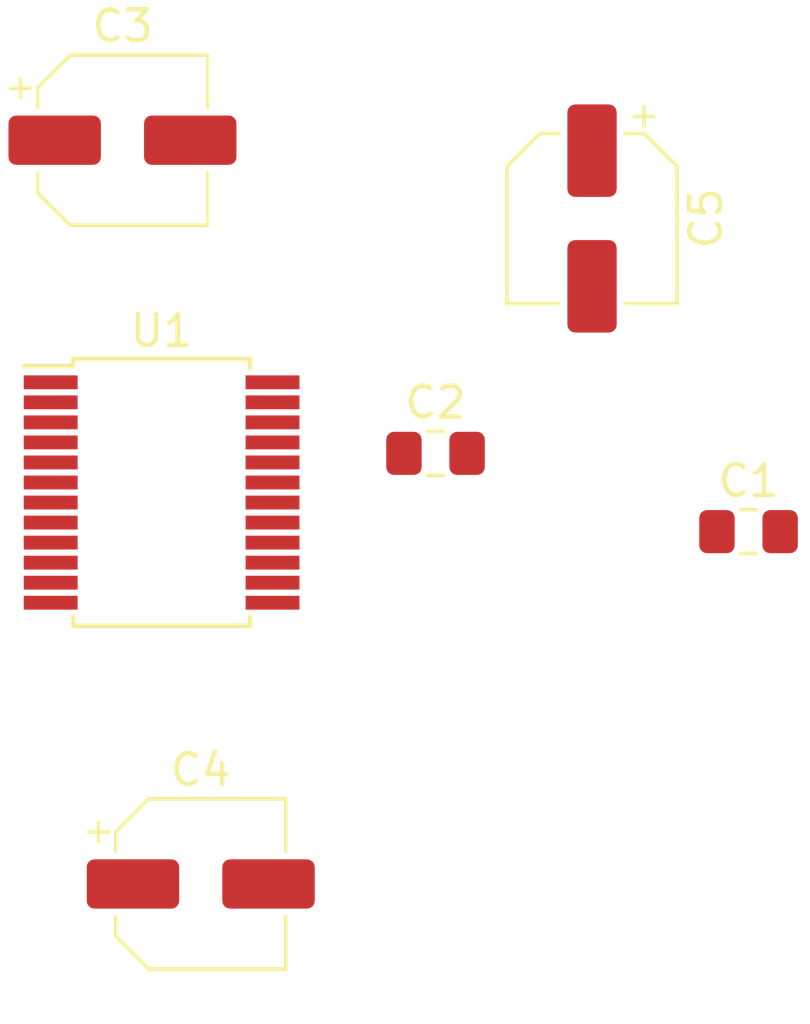
<source format=kicad_pcb>
(kicad_pcb (version 20171130) (host pcbnew 5.1.2)

  (general
    (thickness 1.6)
    (drawings 0)
    (tracks 0)
    (zones 0)
    (modules 6)
    (nets 12)
  )

  (page A4)
  (layers
    (0 F.Cu signal)
    (31 B.Cu signal)
    (32 B.Adhes user)
    (33 F.Adhes user)
    (34 B.Paste user)
    (35 F.Paste user)
    (36 B.SilkS user)
    (37 F.SilkS user)
    (38 B.Mask user)
    (39 F.Mask user)
    (40 Dwgs.User user)
    (41 Cmts.User user)
    (42 Eco1.User user)
    (43 Eco2.User user)
    (44 Edge.Cuts user)
    (45 Margin user)
    (46 B.CrtYd user)
    (47 F.CrtYd user)
    (48 B.Fab user)
    (49 F.Fab user)
  )

  (setup
    (last_trace_width 0.25)
    (trace_clearance 0.2)
    (zone_clearance 0.508)
    (zone_45_only no)
    (trace_min 0.2)
    (via_size 0.8)
    (via_drill 0.4)
    (via_min_size 0.4)
    (via_min_drill 0.3)
    (uvia_size 0.3)
    (uvia_drill 0.1)
    (uvias_allowed no)
    (uvia_min_size 0.2)
    (uvia_min_drill 0.1)
    (edge_width 0.05)
    (segment_width 0.2)
    (pcb_text_width 0.3)
    (pcb_text_size 1.5 1.5)
    (mod_edge_width 0.12)
    (mod_text_size 1 1)
    (mod_text_width 0.15)
    (pad_size 1.524 1.524)
    (pad_drill 0.762)
    (pad_to_mask_clearance 0.051)
    (solder_mask_min_width 0.25)
    (aux_axis_origin 0 0)
    (visible_elements FFFFFF7F)
    (pcbplotparams
      (layerselection 0x010fc_ffffffff)
      (usegerberextensions false)
      (usegerberattributes false)
      (usegerberadvancedattributes false)
      (creategerberjobfile false)
      (excludeedgelayer true)
      (linewidth 0.100000)
      (plotframeref false)
      (viasonmask false)
      (mode 1)
      (useauxorigin false)
      (hpglpennumber 1)
      (hpglpenspeed 20)
      (hpglpendiameter 15.000000)
      (psnegative false)
      (psa4output false)
      (plotreference true)
      (plotvalue true)
      (plotinvisibletext false)
      (padsonsilk false)
      (subtractmaskfromsilk false)
      (outputformat 1)
      (mirror false)
      (drillshape 1)
      (scaleselection 1)
      (outputdirectory ""))
  )

  (net 0 "")
  (net 1 "Net-(U1-Pad19)")
  (net 2 GND)
  (net 3 /+3,3V)
  (net 4 "Net-(C3-Pad2)")
  (net 5 "Net-(C3-Pad1)")
  (net 6 /+7V)
  (net 7 /PWM1)
  (net 8 /IN2)
  (net 9 /IN1)
  (net 10 /M_OUT2)
  (net 11 /M_OUT1)

  (net_class Default "To jest domyślna klasa połączeń."
    (clearance 0.2)
    (trace_width 0.25)
    (via_dia 0.8)
    (via_drill 0.4)
    (uvia_dia 0.3)
    (uvia_drill 0.1)
    (add_net /+3,3V)
    (add_net /+7V)
    (add_net /IN1)
    (add_net /IN2)
    (add_net /M_OUT1)
    (add_net /M_OUT2)
    (add_net /PWM1)
    (add_net GND)
    (add_net "Net-(C3-Pad1)")
    (add_net "Net-(C3-Pad2)")
    (add_net "Net-(U1-Pad19)")
  )

  (module Capacitor_SMD:CP_Elec_5x3 (layer F.Cu) (tedit 5BCA39CF) (tstamp 5D827E68)
    (at 121.92 45.72 270)
    (descr "SMD capacitor, aluminum electrolytic, Nichicon, 5.0x3.0mm")
    (tags "capacitor electrolytic")
    (path /5D832B68)
    (attr smd)
    (fp_text reference C5 (at 0 -3.7 90) (layer F.SilkS)
      (effects (font (size 1 1) (thickness 0.15)))
    )
    (fp_text value C22u (at 0 3.7 90) (layer F.Fab)
      (effects (font (size 1 1) (thickness 0.15)))
    )
    (fp_text user %R (at 0 0 90) (layer F.Fab)
      (effects (font (size 1 1) (thickness 0.15)))
    )
    (fp_line (start -3.95 1.05) (end -2.9 1.05) (layer F.CrtYd) (width 0.05))
    (fp_line (start -3.95 -1.05) (end -3.95 1.05) (layer F.CrtYd) (width 0.05))
    (fp_line (start -2.9 -1.05) (end -3.95 -1.05) (layer F.CrtYd) (width 0.05))
    (fp_line (start -2.9 1.05) (end -2.9 1.75) (layer F.CrtYd) (width 0.05))
    (fp_line (start -2.9 -1.75) (end -2.9 -1.05) (layer F.CrtYd) (width 0.05))
    (fp_line (start -2.9 -1.75) (end -1.75 -2.9) (layer F.CrtYd) (width 0.05))
    (fp_line (start -2.9 1.75) (end -1.75 2.9) (layer F.CrtYd) (width 0.05))
    (fp_line (start -1.75 -2.9) (end 2.9 -2.9) (layer F.CrtYd) (width 0.05))
    (fp_line (start -1.75 2.9) (end 2.9 2.9) (layer F.CrtYd) (width 0.05))
    (fp_line (start 2.9 1.05) (end 2.9 2.9) (layer F.CrtYd) (width 0.05))
    (fp_line (start 3.95 1.05) (end 2.9 1.05) (layer F.CrtYd) (width 0.05))
    (fp_line (start 3.95 -1.05) (end 3.95 1.05) (layer F.CrtYd) (width 0.05))
    (fp_line (start 2.9 -1.05) (end 3.95 -1.05) (layer F.CrtYd) (width 0.05))
    (fp_line (start 2.9 -2.9) (end 2.9 -1.05) (layer F.CrtYd) (width 0.05))
    (fp_line (start -3.3125 -1.9975) (end -3.3125 -1.3725) (layer F.SilkS) (width 0.12))
    (fp_line (start -3.625 -1.685) (end -3 -1.685) (layer F.SilkS) (width 0.12))
    (fp_line (start -2.76 1.695563) (end -1.695563 2.76) (layer F.SilkS) (width 0.12))
    (fp_line (start -2.76 -1.695563) (end -1.695563 -2.76) (layer F.SilkS) (width 0.12))
    (fp_line (start -2.76 -1.695563) (end -2.76 -1.06) (layer F.SilkS) (width 0.12))
    (fp_line (start -2.76 1.695563) (end -2.76 1.06) (layer F.SilkS) (width 0.12))
    (fp_line (start -1.695563 2.76) (end 2.76 2.76) (layer F.SilkS) (width 0.12))
    (fp_line (start -1.695563 -2.76) (end 2.76 -2.76) (layer F.SilkS) (width 0.12))
    (fp_line (start 2.76 -2.76) (end 2.76 -1.06) (layer F.SilkS) (width 0.12))
    (fp_line (start 2.76 2.76) (end 2.76 1.06) (layer F.SilkS) (width 0.12))
    (fp_line (start -1.783956 -1.45) (end -1.783956 -0.95) (layer F.Fab) (width 0.1))
    (fp_line (start -2.033956 -1.2) (end -1.533956 -1.2) (layer F.Fab) (width 0.1))
    (fp_line (start -2.65 1.65) (end -1.65 2.65) (layer F.Fab) (width 0.1))
    (fp_line (start -2.65 -1.65) (end -1.65 -2.65) (layer F.Fab) (width 0.1))
    (fp_line (start -2.65 -1.65) (end -2.65 1.65) (layer F.Fab) (width 0.1))
    (fp_line (start -1.65 2.65) (end 2.65 2.65) (layer F.Fab) (width 0.1))
    (fp_line (start -1.65 -2.65) (end 2.65 -2.65) (layer F.Fab) (width 0.1))
    (fp_line (start 2.65 -2.65) (end 2.65 2.65) (layer F.Fab) (width 0.1))
    (fp_circle (center 0 0) (end 2.5 0) (layer F.Fab) (width 0.1))
    (pad 2 smd roundrect (at 2.2 0 270) (size 3 1.6) (layers F.Cu F.Paste F.Mask) (roundrect_rratio 0.15625)
      (net 2 GND))
    (pad 1 smd roundrect (at -2.2 0 270) (size 3 1.6) (layers F.Cu F.Paste F.Mask) (roundrect_rratio 0.15625)
      (net 6 /+7V))
    (model ${KISYS3DMOD}/Capacitor_SMD.3dshapes/CP_Elec_5x3.wrl
      (at (xyz 0 0 0))
      (scale (xyz 1 1 1))
      (rotate (xyz 0 0 0))
    )
  )

  (module Capacitor_SMD:CP_Elec_5x3 (layer F.Cu) (tedit 5BCA39CF) (tstamp 5D827E40)
    (at 109.22 67.31)
    (descr "SMD capacitor, aluminum electrolytic, Nichicon, 5.0x3.0mm")
    (tags "capacitor electrolytic")
    (path /5D82F867)
    (attr smd)
    (fp_text reference C4 (at 0 -3.7) (layer F.SilkS)
      (effects (font (size 1 1) (thickness 0.15)))
    )
    (fp_text value 22u (at 0 3.7) (layer F.Fab)
      (effects (font (size 1 1) (thickness 0.15)))
    )
    (fp_text user %R (at 0 0) (layer F.Fab)
      (effects (font (size 1 1) (thickness 0.15)))
    )
    (fp_line (start -3.95 1.05) (end -2.9 1.05) (layer F.CrtYd) (width 0.05))
    (fp_line (start -3.95 -1.05) (end -3.95 1.05) (layer F.CrtYd) (width 0.05))
    (fp_line (start -2.9 -1.05) (end -3.95 -1.05) (layer F.CrtYd) (width 0.05))
    (fp_line (start -2.9 1.05) (end -2.9 1.75) (layer F.CrtYd) (width 0.05))
    (fp_line (start -2.9 -1.75) (end -2.9 -1.05) (layer F.CrtYd) (width 0.05))
    (fp_line (start -2.9 -1.75) (end -1.75 -2.9) (layer F.CrtYd) (width 0.05))
    (fp_line (start -2.9 1.75) (end -1.75 2.9) (layer F.CrtYd) (width 0.05))
    (fp_line (start -1.75 -2.9) (end 2.9 -2.9) (layer F.CrtYd) (width 0.05))
    (fp_line (start -1.75 2.9) (end 2.9 2.9) (layer F.CrtYd) (width 0.05))
    (fp_line (start 2.9 1.05) (end 2.9 2.9) (layer F.CrtYd) (width 0.05))
    (fp_line (start 3.95 1.05) (end 2.9 1.05) (layer F.CrtYd) (width 0.05))
    (fp_line (start 3.95 -1.05) (end 3.95 1.05) (layer F.CrtYd) (width 0.05))
    (fp_line (start 2.9 -1.05) (end 3.95 -1.05) (layer F.CrtYd) (width 0.05))
    (fp_line (start 2.9 -2.9) (end 2.9 -1.05) (layer F.CrtYd) (width 0.05))
    (fp_line (start -3.3125 -1.9975) (end -3.3125 -1.3725) (layer F.SilkS) (width 0.12))
    (fp_line (start -3.625 -1.685) (end -3 -1.685) (layer F.SilkS) (width 0.12))
    (fp_line (start -2.76 1.695563) (end -1.695563 2.76) (layer F.SilkS) (width 0.12))
    (fp_line (start -2.76 -1.695563) (end -1.695563 -2.76) (layer F.SilkS) (width 0.12))
    (fp_line (start -2.76 -1.695563) (end -2.76 -1.06) (layer F.SilkS) (width 0.12))
    (fp_line (start -2.76 1.695563) (end -2.76 1.06) (layer F.SilkS) (width 0.12))
    (fp_line (start -1.695563 2.76) (end 2.76 2.76) (layer F.SilkS) (width 0.12))
    (fp_line (start -1.695563 -2.76) (end 2.76 -2.76) (layer F.SilkS) (width 0.12))
    (fp_line (start 2.76 -2.76) (end 2.76 -1.06) (layer F.SilkS) (width 0.12))
    (fp_line (start 2.76 2.76) (end 2.76 1.06) (layer F.SilkS) (width 0.12))
    (fp_line (start -1.783956 -1.45) (end -1.783956 -0.95) (layer F.Fab) (width 0.1))
    (fp_line (start -2.033956 -1.2) (end -1.533956 -1.2) (layer F.Fab) (width 0.1))
    (fp_line (start -2.65 1.65) (end -1.65 2.65) (layer F.Fab) (width 0.1))
    (fp_line (start -2.65 -1.65) (end -1.65 -2.65) (layer F.Fab) (width 0.1))
    (fp_line (start -2.65 -1.65) (end -2.65 1.65) (layer F.Fab) (width 0.1))
    (fp_line (start -1.65 2.65) (end 2.65 2.65) (layer F.Fab) (width 0.1))
    (fp_line (start -1.65 -2.65) (end 2.65 -2.65) (layer F.Fab) (width 0.1))
    (fp_line (start 2.65 -2.65) (end 2.65 2.65) (layer F.Fab) (width 0.1))
    (fp_circle (center 0 0) (end 2.5 0) (layer F.Fab) (width 0.1))
    (pad 2 smd roundrect (at 2.2 0) (size 3 1.6) (layers F.Cu F.Paste F.Mask) (roundrect_rratio 0.15625)
      (net 2 GND))
    (pad 1 smd roundrect (at -2.2 0) (size 3 1.6) (layers F.Cu F.Paste F.Mask) (roundrect_rratio 0.15625)
      (net 6 /+7V))
    (model ${KISYS3DMOD}/Capacitor_SMD.3dshapes/CP_Elec_5x3.wrl
      (at (xyz 0 0 0))
      (scale (xyz 1 1 1))
      (rotate (xyz 0 0 0))
    )
  )

  (module Capacitor_SMD:CP_Elec_5x3 (layer F.Cu) (tedit 5BCA39CF) (tstamp 5D827E18)
    (at 106.68 43.18)
    (descr "SMD capacitor, aluminum electrolytic, Nichicon, 5.0x3.0mm")
    (tags "capacitor electrolytic")
    (path /5D83A0F4)
    (attr smd)
    (fp_text reference C3 (at 0 -3.7) (layer F.SilkS)
      (effects (font (size 1 1) (thickness 0.15)))
    )
    (fp_text value 10u (at 0 3.7) (layer F.Fab)
      (effects (font (size 1 1) (thickness 0.15)))
    )
    (fp_text user %R (at 0 0) (layer F.Fab)
      (effects (font (size 1 1) (thickness 0.15)))
    )
    (fp_line (start -3.95 1.05) (end -2.9 1.05) (layer F.CrtYd) (width 0.05))
    (fp_line (start -3.95 -1.05) (end -3.95 1.05) (layer F.CrtYd) (width 0.05))
    (fp_line (start -2.9 -1.05) (end -3.95 -1.05) (layer F.CrtYd) (width 0.05))
    (fp_line (start -2.9 1.05) (end -2.9 1.75) (layer F.CrtYd) (width 0.05))
    (fp_line (start -2.9 -1.75) (end -2.9 -1.05) (layer F.CrtYd) (width 0.05))
    (fp_line (start -2.9 -1.75) (end -1.75 -2.9) (layer F.CrtYd) (width 0.05))
    (fp_line (start -2.9 1.75) (end -1.75 2.9) (layer F.CrtYd) (width 0.05))
    (fp_line (start -1.75 -2.9) (end 2.9 -2.9) (layer F.CrtYd) (width 0.05))
    (fp_line (start -1.75 2.9) (end 2.9 2.9) (layer F.CrtYd) (width 0.05))
    (fp_line (start 2.9 1.05) (end 2.9 2.9) (layer F.CrtYd) (width 0.05))
    (fp_line (start 3.95 1.05) (end 2.9 1.05) (layer F.CrtYd) (width 0.05))
    (fp_line (start 3.95 -1.05) (end 3.95 1.05) (layer F.CrtYd) (width 0.05))
    (fp_line (start 2.9 -1.05) (end 3.95 -1.05) (layer F.CrtYd) (width 0.05))
    (fp_line (start 2.9 -2.9) (end 2.9 -1.05) (layer F.CrtYd) (width 0.05))
    (fp_line (start -3.3125 -1.9975) (end -3.3125 -1.3725) (layer F.SilkS) (width 0.12))
    (fp_line (start -3.625 -1.685) (end -3 -1.685) (layer F.SilkS) (width 0.12))
    (fp_line (start -2.76 1.695563) (end -1.695563 2.76) (layer F.SilkS) (width 0.12))
    (fp_line (start -2.76 -1.695563) (end -1.695563 -2.76) (layer F.SilkS) (width 0.12))
    (fp_line (start -2.76 -1.695563) (end -2.76 -1.06) (layer F.SilkS) (width 0.12))
    (fp_line (start -2.76 1.695563) (end -2.76 1.06) (layer F.SilkS) (width 0.12))
    (fp_line (start -1.695563 2.76) (end 2.76 2.76) (layer F.SilkS) (width 0.12))
    (fp_line (start -1.695563 -2.76) (end 2.76 -2.76) (layer F.SilkS) (width 0.12))
    (fp_line (start 2.76 -2.76) (end 2.76 -1.06) (layer F.SilkS) (width 0.12))
    (fp_line (start 2.76 2.76) (end 2.76 1.06) (layer F.SilkS) (width 0.12))
    (fp_line (start -1.783956 -1.45) (end -1.783956 -0.95) (layer F.Fab) (width 0.1))
    (fp_line (start -2.033956 -1.2) (end -1.533956 -1.2) (layer F.Fab) (width 0.1))
    (fp_line (start -2.65 1.65) (end -1.65 2.65) (layer F.Fab) (width 0.1))
    (fp_line (start -2.65 -1.65) (end -1.65 -2.65) (layer F.Fab) (width 0.1))
    (fp_line (start -2.65 -1.65) (end -2.65 1.65) (layer F.Fab) (width 0.1))
    (fp_line (start -1.65 2.65) (end 2.65 2.65) (layer F.Fab) (width 0.1))
    (fp_line (start -1.65 -2.65) (end 2.65 -2.65) (layer F.Fab) (width 0.1))
    (fp_line (start 2.65 -2.65) (end 2.65 2.65) (layer F.Fab) (width 0.1))
    (fp_circle (center 0 0) (end 2.5 0) (layer F.Fab) (width 0.1))
    (pad 2 smd roundrect (at 2.2 0) (size 3 1.6) (layers F.Cu F.Paste F.Mask) (roundrect_rratio 0.15625)
      (net 4 "Net-(C3-Pad2)"))
    (pad 1 smd roundrect (at -2.2 0) (size 3 1.6) (layers F.Cu F.Paste F.Mask) (roundrect_rratio 0.15625)
      (net 5 "Net-(C3-Pad1)"))
    (model ${KISYS3DMOD}/Capacitor_SMD.3dshapes/CP_Elec_5x3.wrl
      (at (xyz 0 0 0))
      (scale (xyz 1 1 1))
      (rotate (xyz 0 0 0))
    )
  )

  (module Capacitor_SMD:C_0805_2012Metric_Pad1.15x1.40mm_HandSolder (layer F.Cu) (tedit 5B36C52B) (tstamp 5D827DF0)
    (at 116.84 53.34)
    (descr "Capacitor SMD 0805 (2012 Metric), square (rectangular) end terminal, IPC_7351 nominal with elongated pad for handsoldering. (Body size source: https://docs.google.com/spreadsheets/d/1BsfQQcO9C6DZCsRaXUlFlo91Tg2WpOkGARC1WS5S8t0/edit?usp=sharing), generated with kicad-footprint-generator")
    (tags "capacitor handsolder")
    (path /5D837E89)
    (attr smd)
    (fp_text reference C2 (at 0 -1.65) (layer F.SilkS)
      (effects (font (size 1 1) (thickness 0.15)))
    )
    (fp_text value 100n (at 0 1.65) (layer F.Fab)
      (effects (font (size 1 1) (thickness 0.15)))
    )
    (fp_text user %R (at 0 0 180) (layer F.Fab)
      (effects (font (size 0.5 0.5) (thickness 0.08)))
    )
    (fp_line (start 1.85 0.95) (end -1.85 0.95) (layer F.CrtYd) (width 0.05))
    (fp_line (start 1.85 -0.95) (end 1.85 0.95) (layer F.CrtYd) (width 0.05))
    (fp_line (start -1.85 -0.95) (end 1.85 -0.95) (layer F.CrtYd) (width 0.05))
    (fp_line (start -1.85 0.95) (end -1.85 -0.95) (layer F.CrtYd) (width 0.05))
    (fp_line (start -0.261252 0.71) (end 0.261252 0.71) (layer F.SilkS) (width 0.12))
    (fp_line (start -0.261252 -0.71) (end 0.261252 -0.71) (layer F.SilkS) (width 0.12))
    (fp_line (start 1 0.6) (end -1 0.6) (layer F.Fab) (width 0.1))
    (fp_line (start 1 -0.6) (end 1 0.6) (layer F.Fab) (width 0.1))
    (fp_line (start -1 -0.6) (end 1 -0.6) (layer F.Fab) (width 0.1))
    (fp_line (start -1 0.6) (end -1 -0.6) (layer F.Fab) (width 0.1))
    (pad 2 smd roundrect (at 1.025 0) (size 1.15 1.4) (layers F.Cu F.Paste F.Mask) (roundrect_rratio 0.217391)
      (net 2 GND))
    (pad 1 smd roundrect (at -1.025 0) (size 1.15 1.4) (layers F.Cu F.Paste F.Mask) (roundrect_rratio 0.217391)
      (net 3 /+3,3V))
    (model ${KISYS3DMOD}/Capacitor_SMD.3dshapes/C_0805_2012Metric.wrl
      (at (xyz 0 0 0))
      (scale (xyz 1 1 1))
      (rotate (xyz 0 0 0))
    )
  )

  (module Capacitor_SMD:C_0805_2012Metric_Pad1.15x1.40mm_HandSolder (layer F.Cu) (tedit 5B36C52B) (tstamp 5D827DDF)
    (at 127 55.88)
    (descr "Capacitor SMD 0805 (2012 Metric), square (rectangular) end terminal, IPC_7351 nominal with elongated pad for handsoldering. (Body size source: https://docs.google.com/spreadsheets/d/1BsfQQcO9C6DZCsRaXUlFlo91Tg2WpOkGARC1WS5S8t0/edit?usp=sharing), generated with kicad-footprint-generator")
    (tags "capacitor handsolder")
    (path /5D83887F)
    (attr smd)
    (fp_text reference C1 (at 0 -1.65) (layer F.SilkS)
      (effects (font (size 1 1) (thickness 0.15)))
    )
    (fp_text value 100n (at 0 1.65) (layer F.Fab)
      (effects (font (size 1 1) (thickness 0.15)))
    )
    (fp_text user %R (at 0 0) (layer F.Fab)
      (effects (font (size 0.5 0.5) (thickness 0.08)))
    )
    (fp_line (start 1.85 0.95) (end -1.85 0.95) (layer F.CrtYd) (width 0.05))
    (fp_line (start 1.85 -0.95) (end 1.85 0.95) (layer F.CrtYd) (width 0.05))
    (fp_line (start -1.85 -0.95) (end 1.85 -0.95) (layer F.CrtYd) (width 0.05))
    (fp_line (start -1.85 0.95) (end -1.85 -0.95) (layer F.CrtYd) (width 0.05))
    (fp_line (start -0.261252 0.71) (end 0.261252 0.71) (layer F.SilkS) (width 0.12))
    (fp_line (start -0.261252 -0.71) (end 0.261252 -0.71) (layer F.SilkS) (width 0.12))
    (fp_line (start 1 0.6) (end -1 0.6) (layer F.Fab) (width 0.1))
    (fp_line (start 1 -0.6) (end 1 0.6) (layer F.Fab) (width 0.1))
    (fp_line (start -1 -0.6) (end 1 -0.6) (layer F.Fab) (width 0.1))
    (fp_line (start -1 0.6) (end -1 -0.6) (layer F.Fab) (width 0.1))
    (pad 2 smd roundrect (at 1.025 0) (size 1.15 1.4) (layers F.Cu F.Paste F.Mask) (roundrect_rratio 0.217391)
      (net 2 GND))
    (pad 1 smd roundrect (at -1.025 0) (size 1.15 1.4) (layers F.Cu F.Paste F.Mask) (roundrect_rratio 0.217391)
      (net 3 /+3,3V))
    (model ${KISYS3DMOD}/Capacitor_SMD.3dshapes/C_0805_2012Metric.wrl
      (at (xyz 0 0 0))
      (scale (xyz 1 1 1))
      (rotate (xyz 0 0 0))
    )
  )

  (module Package_SO:SSOP-24_5.3x8.2mm_P0.65mm (layer F.Cu) (tedit 5A02F25C) (tstamp 5D8229B8)
    (at 107.95 54.61)
    (descr "24-Lead Plastic Shrink Small Outline (SS)-5.30 mm Body [SSOP] (see Microchip Packaging Specification 00000049BS.pdf)")
    (tags "SSOP 0.65")
    (path /5D822AE1)
    (attr smd)
    (fp_text reference U1 (at 0 -5.25) (layer F.SilkS)
      (effects (font (size 1 1) (thickness 0.15)))
    )
    (fp_text value TB6612FNG (at 0 5.25) (layer F.Fab)
      (effects (font (size 1 1) (thickness 0.15)))
    )
    (fp_text user %R (at 0 0) (layer F.Fab)
      (effects (font (size 0.8 0.8) (thickness 0.15)))
    )
    (fp_line (start -2.875 -4.1) (end -4.475 -4.1) (layer F.SilkS) (width 0.15))
    (fp_line (start -2.875 4.325) (end 2.875 4.325) (layer F.SilkS) (width 0.15))
    (fp_line (start -2.875 -4.325) (end 2.875 -4.325) (layer F.SilkS) (width 0.15))
    (fp_line (start -2.875 4.325) (end -2.875 4.025) (layer F.SilkS) (width 0.15))
    (fp_line (start 2.875 4.325) (end 2.875 4.025) (layer F.SilkS) (width 0.15))
    (fp_line (start 2.875 -4.325) (end 2.875 -4.025) (layer F.SilkS) (width 0.15))
    (fp_line (start -2.875 -4.325) (end -2.875 -4.1) (layer F.SilkS) (width 0.15))
    (fp_line (start -4.75 4.5) (end 4.75 4.5) (layer F.CrtYd) (width 0.05))
    (fp_line (start -4.75 -4.5) (end 4.75 -4.5) (layer F.CrtYd) (width 0.05))
    (fp_line (start 4.75 -4.5) (end 4.75 4.5) (layer F.CrtYd) (width 0.05))
    (fp_line (start -4.75 -4.5) (end -4.75 4.5) (layer F.CrtYd) (width 0.05))
    (fp_line (start -2.65 -3.1) (end -1.65 -4.1) (layer F.Fab) (width 0.15))
    (fp_line (start -2.65 4.1) (end -2.65 -3.1) (layer F.Fab) (width 0.15))
    (fp_line (start 2.65 4.1) (end -2.65 4.1) (layer F.Fab) (width 0.15))
    (fp_line (start 2.65 -4.1) (end 2.65 4.1) (layer F.Fab) (width 0.15))
    (fp_line (start -1.65 -4.1) (end 2.65 -4.1) (layer F.Fab) (width 0.15))
    (pad 24 smd rect (at 3.6 -3.575) (size 1.75 0.45) (layers F.Cu F.Paste F.Mask)
      (net 6 /+7V))
    (pad 23 smd rect (at 3.6 -2.925) (size 1.75 0.45) (layers F.Cu F.Paste F.Mask)
      (net 7 /PWM1))
    (pad 22 smd rect (at 3.6 -2.275) (size 1.75 0.45) (layers F.Cu F.Paste F.Mask)
      (net 8 /IN2))
    (pad 21 smd rect (at 3.6 -1.625) (size 1.75 0.45) (layers F.Cu F.Paste F.Mask)
      (net 9 /IN1))
    (pad 20 smd rect (at 3.6 -0.975) (size 1.75 0.45) (layers F.Cu F.Paste F.Mask)
      (net 3 /+3,3V))
    (pad 19 smd rect (at 3.6 -0.325) (size 1.75 0.45) (layers F.Cu F.Paste F.Mask)
      (net 1 "Net-(U1-Pad19)"))
    (pad 18 smd rect (at 3.6 0.325) (size 1.75 0.45) (layers F.Cu F.Paste F.Mask)
      (net 2 GND))
    (pad 17 smd rect (at 3.6 0.975) (size 1.75 0.45) (layers F.Cu F.Paste F.Mask)
      (net 9 /IN1))
    (pad 16 smd rect (at 3.6 1.625) (size 1.75 0.45) (layers F.Cu F.Paste F.Mask)
      (net 8 /IN2))
    (pad 15 smd rect (at 3.6 2.275) (size 1.75 0.45) (layers F.Cu F.Paste F.Mask)
      (net 7 /PWM1))
    (pad 14 smd rect (at 3.6 2.925) (size 1.75 0.45) (layers F.Cu F.Paste F.Mask)
      (net 6 /+7V))
    (pad 13 smd rect (at 3.6 3.575) (size 1.75 0.45) (layers F.Cu F.Paste F.Mask)
      (net 6 /+7V))
    (pad 12 smd rect (at -3.6 3.575) (size 1.75 0.45) (layers F.Cu F.Paste F.Mask)
      (net 10 /M_OUT2))
    (pad 11 smd rect (at -3.6 2.925) (size 1.75 0.45) (layers F.Cu F.Paste F.Mask)
      (net 10 /M_OUT2))
    (pad 10 smd rect (at -3.6 2.275) (size 1.75 0.45) (layers F.Cu F.Paste F.Mask)
      (net 2 GND))
    (pad 9 smd rect (at -3.6 1.625) (size 1.75 0.45) (layers F.Cu F.Paste F.Mask)
      (net 2 GND))
    (pad 8 smd rect (at -3.6 0.975) (size 1.75 0.45) (layers F.Cu F.Paste F.Mask)
      (net 11 /M_OUT1))
    (pad 7 smd rect (at -3.6 0.325) (size 1.75 0.45) (layers F.Cu F.Paste F.Mask)
      (net 11 /M_OUT1))
    (pad 6 smd rect (at -3.6 -0.325) (size 1.75 0.45) (layers F.Cu F.Paste F.Mask)
      (net 10 /M_OUT2))
    (pad 5 smd rect (at -3.6 -0.975) (size 1.75 0.45) (layers F.Cu F.Paste F.Mask)
      (net 10 /M_OUT2))
    (pad 4 smd rect (at -3.6 -1.625) (size 1.75 0.45) (layers F.Cu F.Paste F.Mask)
      (net 2 GND))
    (pad 3 smd rect (at -3.6 -2.275) (size 1.75 0.45) (layers F.Cu F.Paste F.Mask)
      (net 2 GND))
    (pad 2 smd rect (at -3.6 -2.925) (size 1.75 0.45) (layers F.Cu F.Paste F.Mask)
      (net 11 /M_OUT1))
    (pad 1 smd rect (at -3.6 -3.575) (size 1.75 0.45) (layers F.Cu F.Paste F.Mask)
      (net 11 /M_OUT1))
    (model ${KISYS3DMOD}/Package_SO.3dshapes/SSOP-24_5.3x8.2mm_P0.65mm.wrl
      (at (xyz 0 0 0))
      (scale (xyz 1 1 1))
      (rotate (xyz 0 0 0))
    )
  )

)

</source>
